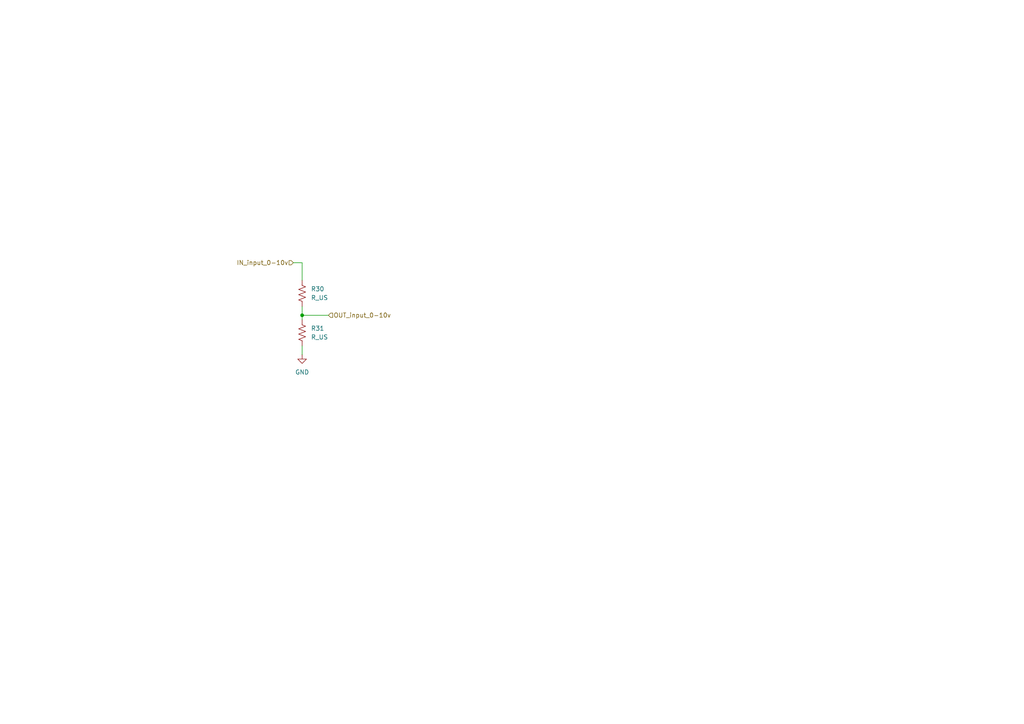
<source format=kicad_sch>
(kicad_sch
	(version 20250114)
	(generator "eeschema")
	(generator_version "9.0")
	(uuid "34748877-3ff2-4ddd-974b-23b8cd7f874d")
	(paper "A4")
	(lib_symbols
		(symbol "Device:R_US"
			(pin_numbers
				(hide yes)
			)
			(pin_names
				(offset 0)
			)
			(exclude_from_sim no)
			(in_bom yes)
			(on_board yes)
			(property "Reference" "R"
				(at 2.54 0 90)
				(effects
					(font
						(size 1.27 1.27)
					)
				)
			)
			(property "Value" "R_US"
				(at -2.54 0 90)
				(effects
					(font
						(size 1.27 1.27)
					)
				)
			)
			(property "Footprint" ""
				(at 1.016 -0.254 90)
				(effects
					(font
						(size 1.27 1.27)
					)
					(hide yes)
				)
			)
			(property "Datasheet" "~"
				(at 0 0 0)
				(effects
					(font
						(size 1.27 1.27)
					)
					(hide yes)
				)
			)
			(property "Description" "Resistor, US symbol"
				(at 0 0 0)
				(effects
					(font
						(size 1.27 1.27)
					)
					(hide yes)
				)
			)
			(property "ki_keywords" "R res resistor"
				(at 0 0 0)
				(effects
					(font
						(size 1.27 1.27)
					)
					(hide yes)
				)
			)
			(property "ki_fp_filters" "R_*"
				(at 0 0 0)
				(effects
					(font
						(size 1.27 1.27)
					)
					(hide yes)
				)
			)
			(symbol "R_US_0_1"
				(polyline
					(pts
						(xy 0 2.286) (xy 0 2.54)
					)
					(stroke
						(width 0)
						(type default)
					)
					(fill
						(type none)
					)
				)
				(polyline
					(pts
						(xy 0 2.286) (xy 1.016 1.905) (xy 0 1.524) (xy -1.016 1.143) (xy 0 0.762)
					)
					(stroke
						(width 0)
						(type default)
					)
					(fill
						(type none)
					)
				)
				(polyline
					(pts
						(xy 0 0.762) (xy 1.016 0.381) (xy 0 0) (xy -1.016 -0.381) (xy 0 -0.762)
					)
					(stroke
						(width 0)
						(type default)
					)
					(fill
						(type none)
					)
				)
				(polyline
					(pts
						(xy 0 -0.762) (xy 1.016 -1.143) (xy 0 -1.524) (xy -1.016 -1.905) (xy 0 -2.286)
					)
					(stroke
						(width 0)
						(type default)
					)
					(fill
						(type none)
					)
				)
				(polyline
					(pts
						(xy 0 -2.286) (xy 0 -2.54)
					)
					(stroke
						(width 0)
						(type default)
					)
					(fill
						(type none)
					)
				)
			)
			(symbol "R_US_1_1"
				(pin passive line
					(at 0 3.81 270)
					(length 1.27)
					(name "~"
						(effects
							(font
								(size 1.27 1.27)
							)
						)
					)
					(number "1"
						(effects
							(font
								(size 1.27 1.27)
							)
						)
					)
				)
				(pin passive line
					(at 0 -3.81 90)
					(length 1.27)
					(name "~"
						(effects
							(font
								(size 1.27 1.27)
							)
						)
					)
					(number "2"
						(effects
							(font
								(size 1.27 1.27)
							)
						)
					)
				)
			)
			(embedded_fonts no)
		)
		(symbol "power:GND"
			(power)
			(pin_numbers
				(hide yes)
			)
			(pin_names
				(offset 0)
				(hide yes)
			)
			(exclude_from_sim no)
			(in_bom yes)
			(on_board yes)
			(property "Reference" "#PWR"
				(at 0 -6.35 0)
				(effects
					(font
						(size 1.27 1.27)
					)
					(hide yes)
				)
			)
			(property "Value" "GND"
				(at 0 -3.81 0)
				(effects
					(font
						(size 1.27 1.27)
					)
				)
			)
			(property "Footprint" ""
				(at 0 0 0)
				(effects
					(font
						(size 1.27 1.27)
					)
					(hide yes)
				)
			)
			(property "Datasheet" ""
				(at 0 0 0)
				(effects
					(font
						(size 1.27 1.27)
					)
					(hide yes)
				)
			)
			(property "Description" "Power symbol creates a global label with name \"GND\" , ground"
				(at 0 0 0)
				(effects
					(font
						(size 1.27 1.27)
					)
					(hide yes)
				)
			)
			(property "ki_keywords" "global power"
				(at 0 0 0)
				(effects
					(font
						(size 1.27 1.27)
					)
					(hide yes)
				)
			)
			(symbol "GND_0_1"
				(polyline
					(pts
						(xy 0 0) (xy 0 -1.27) (xy 1.27 -1.27) (xy 0 -2.54) (xy -1.27 -1.27) (xy 0 -1.27)
					)
					(stroke
						(width 0)
						(type default)
					)
					(fill
						(type none)
					)
				)
			)
			(symbol "GND_1_1"
				(pin power_in line
					(at 0 0 270)
					(length 0)
					(name "~"
						(effects
							(font
								(size 1.27 1.27)
							)
						)
					)
					(number "1"
						(effects
							(font
								(size 1.27 1.27)
							)
						)
					)
				)
			)
			(embedded_fonts no)
		)
	)
	(junction
		(at 87.63 91.44)
		(diameter 0)
		(color 0 0 0 0)
		(uuid "f24c306a-fc47-45db-8ca4-33a4cca5c7a6")
	)
	(wire
		(pts
			(xy 87.63 88.9) (xy 87.63 91.44)
		)
		(stroke
			(width 0)
			(type default)
		)
		(uuid "0cafbff5-7e4c-4b65-87ca-b01aea3f298b")
	)
	(wire
		(pts
			(xy 87.63 76.2) (xy 85.09 76.2)
		)
		(stroke
			(width 0)
			(type default)
		)
		(uuid "50fae91b-e91d-4b3b-87e4-fa71892ceed6")
	)
	(wire
		(pts
			(xy 87.63 91.44) (xy 95.25 91.44)
		)
		(stroke
			(width 0)
			(type default)
		)
		(uuid "88b9016f-6415-4f1f-a55b-9d1d91c49097")
	)
	(wire
		(pts
			(xy 87.63 81.28) (xy 87.63 76.2)
		)
		(stroke
			(width 0)
			(type default)
		)
		(uuid "8a2dacb7-c4dd-4515-85fd-8283e5cb6b31")
	)
	(wire
		(pts
			(xy 87.63 100.33) (xy 87.63 102.87)
		)
		(stroke
			(width 0)
			(type default)
		)
		(uuid "8ca922c9-287e-4bb6-b7eb-90ea36722a31")
	)
	(wire
		(pts
			(xy 87.63 91.44) (xy 87.63 92.71)
		)
		(stroke
			(width 0)
			(type default)
		)
		(uuid "e4ecdd71-c266-4ea9-939e-049fd9837bc4")
	)
	(hierarchical_label "IN_input_0-10v"
		(shape input)
		(at 85.09 76.2 180)
		(effects
			(font
				(size 1.27 1.27)
			)
			(justify right)
		)
		(uuid "10b17985-1765-48a6-a223-0e8d940b18f2")
	)
	(hierarchical_label "OUT_input_0-10v"
		(shape input)
		(at 95.25 91.44 0)
		(effects
			(font
				(size 1.27 1.27)
			)
			(justify left)
		)
		(uuid "e0c7a4f3-f6d0-4051-983e-d9105e99ee68")
	)
	(symbol
		(lib_id "power:GND")
		(at 87.63 102.87 0)
		(unit 1)
		(exclude_from_sim no)
		(in_bom yes)
		(on_board yes)
		(dnp no)
		(fields_autoplaced yes)
		(uuid "64954810-028c-4f30-aa72-10b5bf41a1ab")
		(property "Reference" "#PWR061"
			(at 87.63 109.22 0)
			(effects
				(font
					(size 1.27 1.27)
				)
				(hide yes)
			)
		)
		(property "Value" "GND"
			(at 87.63 107.95 0)
			(effects
				(font
					(size 1.27 1.27)
				)
			)
		)
		(property "Footprint" ""
			(at 87.63 102.87 0)
			(effects
				(font
					(size 1.27 1.27)
				)
				(hide yes)
			)
		)
		(property "Datasheet" ""
			(at 87.63 102.87 0)
			(effects
				(font
					(size 1.27 1.27)
				)
				(hide yes)
			)
		)
		(property "Description" "Power symbol creates a global label with name \"GND\" , ground"
			(at 87.63 102.87 0)
			(effects
				(font
					(size 1.27 1.27)
				)
				(hide yes)
			)
		)
		(pin "1"
			(uuid "17d6b89a-5483-404c-8f27-e6780be2431b")
		)
		(instances
			(project "ZorionX-Nivara"
				(path "/ae5c9891-8291-492e-8a61-8ac340267b67/d47eca49-96e4-4138-8979-47bb60019f67/d0b0971b-19f7-4b64-b389-e70177c14f16"
					(reference "#PWR061")
					(unit 1)
				)
			)
		)
	)
	(symbol
		(lib_id "Device:R_US")
		(at 87.63 96.52 0)
		(unit 1)
		(exclude_from_sim no)
		(in_bom yes)
		(on_board yes)
		(dnp no)
		(fields_autoplaced yes)
		(uuid "8f9e832a-79a5-4b51-ad3e-e575850d419b")
		(property "Reference" "R31"
			(at 90.17 95.2499 0)
			(effects
				(font
					(size 1.27 1.27)
				)
				(justify left)
			)
		)
		(property "Value" "R_US"
			(at 90.17 97.7899 0)
			(effects
				(font
					(size 1.27 1.27)
				)
				(justify left)
			)
		)
		(property "Footprint" "Resistor_SMD:R_0603_1608Metric"
			(at 88.646 96.774 90)
			(effects
				(font
					(size 1.27 1.27)
				)
				(hide yes)
			)
		)
		(property "Datasheet" "~"
			(at 87.63 96.52 0)
			(effects
				(font
					(size 1.27 1.27)
				)
				(hide yes)
			)
		)
		(property "Description" "Resistor, US symbol"
			(at 87.63 96.52 0)
			(effects
				(font
					(size 1.27 1.27)
				)
				(hide yes)
			)
		)
		(pin "1"
			(uuid "c9f7b706-c3a5-4231-a966-b3cce2cc7742")
		)
		(pin "2"
			(uuid "312456fa-4934-4dca-8e03-4f90bcfcaeab")
		)
		(instances
			(project "ZorionX-Nivara"
				(path "/ae5c9891-8291-492e-8a61-8ac340267b67/d47eca49-96e4-4138-8979-47bb60019f67/d0b0971b-19f7-4b64-b389-e70177c14f16"
					(reference "R31")
					(unit 1)
				)
			)
		)
	)
	(symbol
		(lib_id "Device:R_US")
		(at 87.63 85.09 0)
		(unit 1)
		(exclude_from_sim no)
		(in_bom yes)
		(on_board yes)
		(dnp no)
		(fields_autoplaced yes)
		(uuid "9c33ae32-da5a-492a-91e2-4c2c7bc9341d")
		(property "Reference" "R30"
			(at 90.17 83.8199 0)
			(effects
				(font
					(size 1.27 1.27)
				)
				(justify left)
			)
		)
		(property "Value" "R_US"
			(at 90.17 86.3599 0)
			(effects
				(font
					(size 1.27 1.27)
				)
				(justify left)
			)
		)
		(property "Footprint" "Resistor_SMD:R_0603_1608Metric"
			(at 88.646 85.344 90)
			(effects
				(font
					(size 1.27 1.27)
				)
				(hide yes)
			)
		)
		(property "Datasheet" "~"
			(at 87.63 85.09 0)
			(effects
				(font
					(size 1.27 1.27)
				)
				(hide yes)
			)
		)
		(property "Description" "Resistor, US symbol"
			(at 87.63 85.09 0)
			(effects
				(font
					(size 1.27 1.27)
				)
				(hide yes)
			)
		)
		(pin "1"
			(uuid "2fe21059-d8b0-4429-9f83-8d94faed652d")
		)
		(pin "2"
			(uuid "5aa81502-6b74-4221-bb79-b6c91f904fa4")
		)
		(instances
			(project "ZorionX-Nivara"
				(path "/ae5c9891-8291-492e-8a61-8ac340267b67/d47eca49-96e4-4138-8979-47bb60019f67/d0b0971b-19f7-4b64-b389-e70177c14f16"
					(reference "R30")
					(unit 1)
				)
			)
		)
	)
)

</source>
